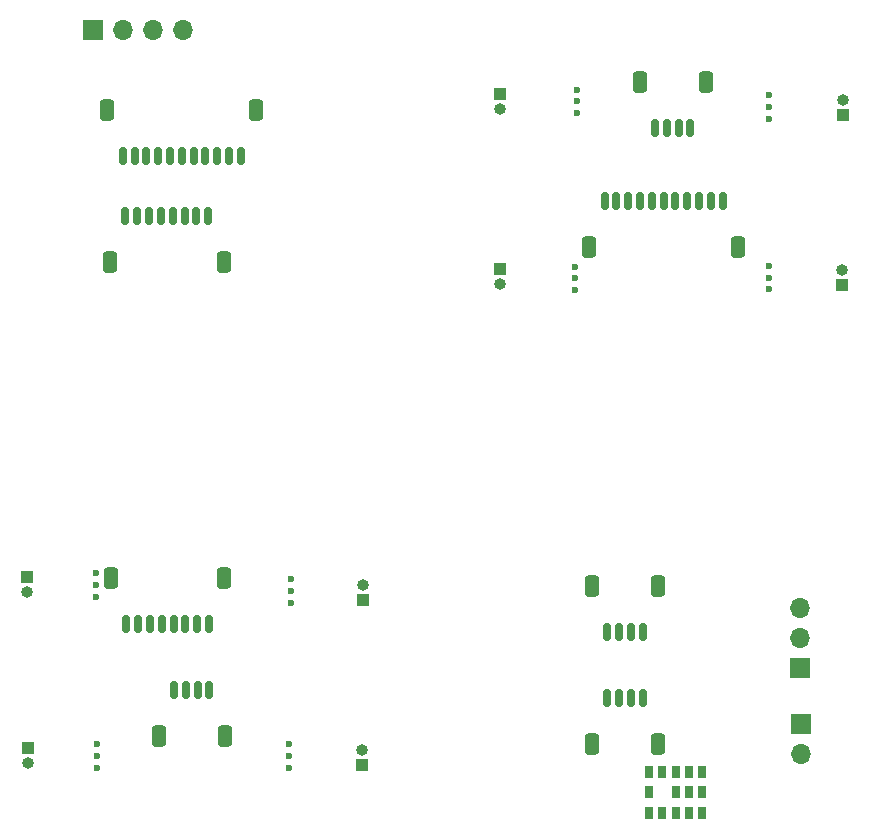
<source format=gbs>
G04 #@! TF.GenerationSoftware,KiCad,Pcbnew,(6.0.7)*
G04 #@! TF.CreationDate,2023-02-21T22:38:56+09:00*
G04 #@! TF.ProjectId,OmniDirectional_UAV,4f6d6e69-4469-4726-9563-74696f6e616c,rev?*
G04 #@! TF.SameCoordinates,Original*
G04 #@! TF.FileFunction,Soldermask,Bot*
G04 #@! TF.FilePolarity,Negative*
%FSLAX46Y46*%
G04 Gerber Fmt 4.6, Leading zero omitted, Abs format (unit mm)*
G04 Created by KiCad (PCBNEW (6.0.7)) date 2023-02-21 22:38:56*
%MOMM*%
%LPD*%
G01*
G04 APERTURE LIST*
G04 Aperture macros list*
%AMRoundRect*
0 Rectangle with rounded corners*
0 $1 Rounding radius*
0 $2 $3 $4 $5 $6 $7 $8 $9 X,Y pos of 4 corners*
0 Add a 4 corners polygon primitive as box body*
4,1,4,$2,$3,$4,$5,$6,$7,$8,$9,$2,$3,0*
0 Add four circle primitives for the rounded corners*
1,1,$1+$1,$2,$3*
1,1,$1+$1,$4,$5*
1,1,$1+$1,$6,$7*
1,1,$1+$1,$8,$9*
0 Add four rect primitives between the rounded corners*
20,1,$1+$1,$2,$3,$4,$5,0*
20,1,$1+$1,$4,$5,$6,$7,0*
20,1,$1+$1,$6,$7,$8,$9,0*
20,1,$1+$1,$8,$9,$2,$3,0*%
G04 Aperture macros list end*
%ADD10O,1.000000X1.000000*%
%ADD11R,1.000000X1.000000*%
%ADD12R,0.700000X1.100000*%
%ADD13R,0.800000X1.100000*%
%ADD14O,1.700000X1.700000*%
%ADD15R,1.700000X1.700000*%
%ADD16C,0.600000*%
%ADD17RoundRect,0.150000X0.150000X0.625000X-0.150000X0.625000X-0.150000X-0.625000X0.150000X-0.625000X0*%
%ADD18RoundRect,0.250000X0.350000X0.650000X-0.350000X0.650000X-0.350000X-0.650000X0.350000X-0.650000X0*%
%ADD19RoundRect,0.250000X-0.350000X-0.650000X0.350000X-0.650000X0.350000X0.650000X-0.350000X0.650000X0*%
%ADD20RoundRect,0.150000X-0.150000X-0.625000X0.150000X-0.625000X0.150000X0.625000X-0.150000X0.625000X0*%
G04 APERTURE END LIST*
D10*
X112305000Y-108979100D03*
D11*
X112305000Y-107709100D03*
D12*
X165025000Y-127622000D03*
X166125000Y-127622000D03*
D13*
X167275000Y-127622000D03*
D12*
X168425000Y-127622000D03*
X169525000Y-127622000D03*
X169525000Y-125922000D03*
X169525000Y-124222000D03*
X168425000Y-124222000D03*
D13*
X167275000Y-124222000D03*
D12*
X166125000Y-124222000D03*
X165025000Y-124222000D03*
X165025000Y-125922000D03*
D13*
X167275000Y-125922000D03*
D12*
X168425000Y-125922000D03*
D14*
X177850000Y-122639100D03*
D15*
X177850000Y-120099100D03*
D16*
X158872000Y-66420100D03*
X158872000Y-68420100D03*
X158872000Y-67420100D03*
D10*
X140753000Y-108352100D03*
D11*
X140753000Y-109622100D03*
D16*
X158720700Y-83406100D03*
X158720700Y-81406100D03*
X158720700Y-82406100D03*
D10*
X152395700Y-68065100D03*
D11*
X152395700Y-66795100D03*
D16*
X134554300Y-123830100D03*
X134554300Y-121830100D03*
X134554300Y-122830100D03*
D10*
X140716300Y-122326100D03*
D11*
X140716300Y-123596100D03*
D10*
X112396000Y-123459100D03*
D11*
X112396000Y-122189100D03*
D16*
X118249700Y-122830100D03*
X118249700Y-123830100D03*
X118249700Y-121830100D03*
D10*
X181453000Y-67283100D03*
D11*
X181453000Y-68553100D03*
D16*
X175128000Y-68878100D03*
X175128000Y-66878100D03*
X175128000Y-67878100D03*
X118147000Y-107368100D03*
X118147000Y-108368100D03*
X118147000Y-109368100D03*
D14*
X177825000Y-110344100D03*
X177825000Y-112884100D03*
D15*
X177825000Y-115424100D03*
X117894000Y-61380100D03*
D14*
X120434000Y-61380100D03*
X122974000Y-61380100D03*
X125514000Y-61380100D03*
D10*
X152379300Y-82878100D03*
D11*
X152379300Y-81608100D03*
D10*
X181362000Y-81688100D03*
D11*
X181362000Y-82958100D03*
D16*
X175128000Y-82333100D03*
X175128000Y-81333100D03*
X175128000Y-83333100D03*
X134657000Y-109860100D03*
X134657000Y-107860100D03*
X134657000Y-108860100D03*
D17*
X127675000Y-77114100D03*
X126675000Y-77114100D03*
X125675000Y-77114100D03*
X124675000Y-77114100D03*
X123675000Y-77114100D03*
X122675000Y-77114100D03*
X121675000Y-77114100D03*
X120675000Y-77114100D03*
D18*
X128975000Y-80989100D03*
X119375000Y-80989100D03*
D19*
X164200000Y-65799100D03*
X169800000Y-65799100D03*
D20*
X168500000Y-69674100D03*
X167500000Y-69674100D03*
X166500000Y-69674100D03*
X165500000Y-69674100D03*
D18*
X172538000Y-79709100D03*
X159938000Y-79709100D03*
D17*
X161238000Y-75834100D03*
X162238000Y-75834100D03*
X163238000Y-75834100D03*
X164238000Y-75834100D03*
X165238000Y-75834100D03*
X166238000Y-75834100D03*
X167238000Y-75834100D03*
X168238000Y-75834100D03*
X169238000Y-75834100D03*
X170238000Y-75834100D03*
X171238000Y-75834100D03*
D19*
X129043000Y-107747100D03*
X119443000Y-107747100D03*
D20*
X127743000Y-111622100D03*
X126743000Y-111622100D03*
X125743000Y-111622100D03*
X124743000Y-111622100D03*
X123743000Y-111622100D03*
X122743000Y-111622100D03*
X121743000Y-111622100D03*
X120743000Y-111622100D03*
D18*
X160155000Y-121839100D03*
X165755000Y-121839100D03*
D17*
X161455000Y-117964100D03*
X162455000Y-117964100D03*
X163455000Y-117964100D03*
X164455000Y-117964100D03*
D18*
X123475000Y-121149100D03*
X129075000Y-121149100D03*
D17*
X124775000Y-117274100D03*
X125775000Y-117274100D03*
X126775000Y-117274100D03*
X127775000Y-117274100D03*
D20*
X120445000Y-72002100D03*
X121445000Y-72002100D03*
X122445000Y-72002100D03*
X123445000Y-72002100D03*
X124445000Y-72002100D03*
X125445000Y-72002100D03*
X126445000Y-72002100D03*
X127445000Y-72002100D03*
X128445000Y-72002100D03*
X129445000Y-72002100D03*
X130445000Y-72002100D03*
D19*
X131745000Y-68127100D03*
X119145000Y-68127100D03*
X165755000Y-108437100D03*
X160155000Y-108437100D03*
D20*
X164455000Y-112312100D03*
X163455000Y-112312100D03*
X162455000Y-112312100D03*
X161455000Y-112312100D03*
M02*

</source>
